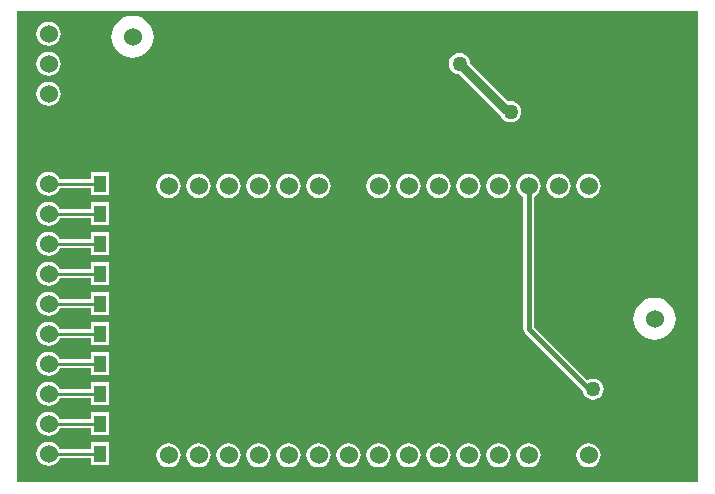
<source format=gbl>
G04*
G04 #@! TF.GenerationSoftware,Altium Limited,Altium Designer,20.0.14 (345)*
G04*
G04 Layer_Physical_Order=2*
G04 Layer_Color=16711680*
%FSLAX25Y25*%
%MOIN*%
G70*
G01*
G75*
%ADD10C,0.01000*%
%ADD17C,0.01500*%
%ADD18C,0.03000*%
%ADD20C,0.06000*%
%ADD21C,0.05000*%
%ADD22R,0.03937X0.05709*%
G36*
X228500Y1500D02*
X1500D01*
Y158500D01*
X228500D01*
Y1500D01*
D02*
G37*
%LPC*%
G36*
X12000Y155034D02*
X10956Y154897D01*
X9983Y154494D01*
X9147Y153853D01*
X8506Y153017D01*
X8103Y152044D01*
X7965Y151000D01*
X8103Y149956D01*
X8506Y148983D01*
X9147Y148147D01*
X9983Y147506D01*
X10956Y147103D01*
X12000Y146966D01*
X13044Y147103D01*
X14017Y147506D01*
X14853Y148147D01*
X15494Y148983D01*
X15897Y149956D01*
X16035Y151000D01*
X15897Y152044D01*
X15494Y153017D01*
X14853Y153853D01*
X14017Y154494D01*
X13044Y154897D01*
X12000Y155034D01*
D02*
G37*
G36*
X40000Y157034D02*
X38628Y156899D01*
X37308Y156499D01*
X36092Y155849D01*
X35026Y154974D01*
X34152Y153908D01*
X33501Y152692D01*
X33101Y151372D01*
X32966Y150000D01*
X33101Y148628D01*
X33501Y147308D01*
X34152Y146092D01*
X35026Y145026D01*
X36092Y144151D01*
X37308Y143501D01*
X38628Y143101D01*
X40000Y142966D01*
X41372Y143101D01*
X42692Y143501D01*
X43908Y144151D01*
X44974Y145026D01*
X45849Y146092D01*
X46499Y147308D01*
X46899Y148628D01*
X47034Y150000D01*
X46899Y151372D01*
X46499Y152692D01*
X45849Y153908D01*
X44974Y154974D01*
X43908Y155849D01*
X42692Y156499D01*
X41372Y156899D01*
X40000Y157034D01*
D02*
G37*
G36*
X12000Y145035D02*
X10956Y144897D01*
X9983Y144494D01*
X9147Y143853D01*
X8506Y143017D01*
X8103Y142044D01*
X7965Y141000D01*
X8103Y139956D01*
X8506Y138983D01*
X9147Y138147D01*
X9983Y137506D01*
X10956Y137103D01*
X12000Y136966D01*
X13044Y137103D01*
X14017Y137506D01*
X14853Y138147D01*
X15494Y138983D01*
X15897Y139956D01*
X16035Y141000D01*
X15897Y142044D01*
X15494Y143017D01*
X14853Y143853D01*
X14017Y144494D01*
X13044Y144897D01*
X12000Y145035D01*
D02*
G37*
G36*
Y135035D02*
X10956Y134897D01*
X9983Y134494D01*
X9147Y133853D01*
X8506Y133017D01*
X8103Y132044D01*
X7965Y131000D01*
X8103Y129956D01*
X8506Y128983D01*
X9147Y128147D01*
X9983Y127506D01*
X10956Y127103D01*
X12000Y126965D01*
X13044Y127103D01*
X14017Y127506D01*
X14853Y128147D01*
X15494Y128983D01*
X15897Y129956D01*
X16035Y131000D01*
X15897Y132044D01*
X15494Y133017D01*
X14853Y133853D01*
X14017Y134494D01*
X13044Y134897D01*
X12000Y135035D01*
D02*
G37*
G36*
X149000Y144530D02*
X148086Y144410D01*
X147235Y144057D01*
X146504Y143496D01*
X145943Y142765D01*
X145590Y141914D01*
X145470Y141000D01*
X145590Y140086D01*
X145943Y139235D01*
X146504Y138504D01*
X147235Y137943D01*
X148086Y137590D01*
X148914Y137481D01*
X162528Y123867D01*
X162739Y123726D01*
X162943Y123235D01*
X163504Y122504D01*
X164235Y121943D01*
X165086Y121590D01*
X166000Y121470D01*
X166914Y121590D01*
X167765Y121943D01*
X168496Y122504D01*
X169057Y123235D01*
X169410Y124086D01*
X169530Y125000D01*
X169410Y125914D01*
X169057Y126765D01*
X168496Y127496D01*
X167765Y128057D01*
X166914Y128410D01*
X166000Y128530D01*
X165182Y128422D01*
X152519Y141086D01*
X152410Y141914D01*
X152057Y142765D01*
X151496Y143496D01*
X150765Y144057D01*
X149914Y144410D01*
X149000Y144530D01*
D02*
G37*
G36*
X12000Y105034D02*
X10956Y104897D01*
X9983Y104494D01*
X9147Y103853D01*
X8506Y103017D01*
X8103Y102044D01*
X7965Y101000D01*
X8103Y99956D01*
X8506Y98983D01*
X9147Y98147D01*
X9983Y97506D01*
X10956Y97103D01*
X12000Y96965D01*
X13044Y97103D01*
X14017Y97506D01*
X14853Y98147D01*
X15494Y98983D01*
X15696Y99471D01*
X26291D01*
Y97146D01*
X32228D01*
Y104854D01*
X26291D01*
Y102529D01*
X15696D01*
X15494Y103017D01*
X14853Y103853D01*
X14017Y104494D01*
X13044Y104897D01*
X12000Y105034D01*
D02*
G37*
G36*
X192000Y104298D02*
X190956Y104161D01*
X189983Y103758D01*
X189147Y103117D01*
X188506Y102281D01*
X188103Y101308D01*
X187966Y100264D01*
X188103Y99220D01*
X188506Y98247D01*
X189147Y97411D01*
X189983Y96770D01*
X190956Y96367D01*
X192000Y96229D01*
X193044Y96367D01*
X194017Y96770D01*
X194853Y97411D01*
X195494Y98247D01*
X195897Y99220D01*
X196035Y100264D01*
X195897Y101308D01*
X195494Y102281D01*
X194853Y103117D01*
X194017Y103758D01*
X193044Y104161D01*
X192000Y104298D01*
D02*
G37*
G36*
X182000D02*
X180956Y104161D01*
X179983Y103758D01*
X179147Y103117D01*
X178506Y102281D01*
X178103Y101308D01*
X177965Y100264D01*
X178103Y99220D01*
X178506Y98247D01*
X179147Y97411D01*
X179983Y96770D01*
X180956Y96367D01*
X182000Y96229D01*
X183044Y96367D01*
X184017Y96770D01*
X184853Y97411D01*
X185494Y98247D01*
X185897Y99220D01*
X186035Y100264D01*
X185897Y101308D01*
X185494Y102281D01*
X184853Y103117D01*
X184017Y103758D01*
X183044Y104161D01*
X182000Y104298D01*
D02*
G37*
G36*
X162000D02*
X160956Y104161D01*
X159983Y103758D01*
X159147Y103117D01*
X158506Y102281D01*
X158103Y101308D01*
X157966Y100264D01*
X158103Y99220D01*
X158506Y98247D01*
X159147Y97411D01*
X159983Y96770D01*
X160956Y96367D01*
X162000Y96229D01*
X163044Y96367D01*
X164017Y96770D01*
X164853Y97411D01*
X165494Y98247D01*
X165897Y99220D01*
X166034Y100264D01*
X165897Y101308D01*
X165494Y102281D01*
X164853Y103117D01*
X164017Y103758D01*
X163044Y104161D01*
X162000Y104298D01*
D02*
G37*
G36*
X152000D02*
X150956Y104161D01*
X149983Y103758D01*
X149147Y103117D01*
X148506Y102281D01*
X148103Y101308D01*
X147966Y100264D01*
X148103Y99220D01*
X148506Y98247D01*
X149147Y97411D01*
X149983Y96770D01*
X150956Y96367D01*
X152000Y96229D01*
X153044Y96367D01*
X154017Y96770D01*
X154853Y97411D01*
X155494Y98247D01*
X155897Y99220D01*
X156035Y100264D01*
X155897Y101308D01*
X155494Y102281D01*
X154853Y103117D01*
X154017Y103758D01*
X153044Y104161D01*
X152000Y104298D01*
D02*
G37*
G36*
X142000D02*
X140956Y104161D01*
X139983Y103758D01*
X139147Y103117D01*
X138506Y102281D01*
X138103Y101308D01*
X137966Y100264D01*
X138103Y99220D01*
X138506Y98247D01*
X139147Y97411D01*
X139983Y96770D01*
X140956Y96367D01*
X142000Y96229D01*
X143044Y96367D01*
X144017Y96770D01*
X144853Y97411D01*
X145494Y98247D01*
X145897Y99220D01*
X146035Y100264D01*
X145897Y101308D01*
X145494Y102281D01*
X144853Y103117D01*
X144017Y103758D01*
X143044Y104161D01*
X142000Y104298D01*
D02*
G37*
G36*
X132000D02*
X130956Y104161D01*
X129983Y103758D01*
X129147Y103117D01*
X128506Y102281D01*
X128103Y101308D01*
X127965Y100264D01*
X128103Y99220D01*
X128506Y98247D01*
X129147Y97411D01*
X129983Y96770D01*
X130956Y96367D01*
X132000Y96229D01*
X133044Y96367D01*
X134017Y96770D01*
X134853Y97411D01*
X135494Y98247D01*
X135897Y99220D01*
X136035Y100264D01*
X135897Y101308D01*
X135494Y102281D01*
X134853Y103117D01*
X134017Y103758D01*
X133044Y104161D01*
X132000Y104298D01*
D02*
G37*
G36*
X122000D02*
X120956Y104161D01*
X119983Y103758D01*
X119147Y103117D01*
X118506Y102281D01*
X118103Y101308D01*
X117965Y100264D01*
X118103Y99220D01*
X118506Y98247D01*
X119147Y97411D01*
X119983Y96770D01*
X120956Y96367D01*
X122000Y96229D01*
X123044Y96367D01*
X124017Y96770D01*
X124853Y97411D01*
X125494Y98247D01*
X125897Y99220D01*
X126034Y100264D01*
X125897Y101308D01*
X125494Y102281D01*
X124853Y103117D01*
X124017Y103758D01*
X123044Y104161D01*
X122000Y104298D01*
D02*
G37*
G36*
X102000D02*
X100956Y104161D01*
X99983Y103758D01*
X99147Y103117D01*
X98506Y102281D01*
X98103Y101308D01*
X97966Y100264D01*
X98103Y99220D01*
X98506Y98247D01*
X99147Y97411D01*
X99983Y96770D01*
X100956Y96367D01*
X102000Y96229D01*
X103044Y96367D01*
X104017Y96770D01*
X104853Y97411D01*
X105494Y98247D01*
X105897Y99220D01*
X106035Y100264D01*
X105897Y101308D01*
X105494Y102281D01*
X104853Y103117D01*
X104017Y103758D01*
X103044Y104161D01*
X102000Y104298D01*
D02*
G37*
G36*
X92000D02*
X90956Y104161D01*
X89983Y103758D01*
X89147Y103117D01*
X88506Y102281D01*
X88103Y101308D01*
X87966Y100264D01*
X88103Y99220D01*
X88506Y98247D01*
X89147Y97411D01*
X89983Y96770D01*
X90956Y96367D01*
X92000Y96229D01*
X93044Y96367D01*
X94017Y96770D01*
X94853Y97411D01*
X95494Y98247D01*
X95897Y99220D01*
X96034Y100264D01*
X95897Y101308D01*
X95494Y102281D01*
X94853Y103117D01*
X94017Y103758D01*
X93044Y104161D01*
X92000Y104298D01*
D02*
G37*
G36*
X82000D02*
X80956Y104161D01*
X79983Y103758D01*
X79147Y103117D01*
X78506Y102281D01*
X78103Y101308D01*
X77965Y100264D01*
X78103Y99220D01*
X78506Y98247D01*
X79147Y97411D01*
X79983Y96770D01*
X80956Y96367D01*
X82000Y96229D01*
X83044Y96367D01*
X84017Y96770D01*
X84853Y97411D01*
X85494Y98247D01*
X85897Y99220D01*
X86035Y100264D01*
X85897Y101308D01*
X85494Y102281D01*
X84853Y103117D01*
X84017Y103758D01*
X83044Y104161D01*
X82000Y104298D01*
D02*
G37*
G36*
X72000D02*
X70956Y104161D01*
X69983Y103758D01*
X69147Y103117D01*
X68506Y102281D01*
X68103Y101308D01*
X67966Y100264D01*
X68103Y99220D01*
X68506Y98247D01*
X69147Y97411D01*
X69983Y96770D01*
X70956Y96367D01*
X72000Y96229D01*
X73044Y96367D01*
X74017Y96770D01*
X74853Y97411D01*
X75494Y98247D01*
X75897Y99220D01*
X76034Y100264D01*
X75897Y101308D01*
X75494Y102281D01*
X74853Y103117D01*
X74017Y103758D01*
X73044Y104161D01*
X72000Y104298D01*
D02*
G37*
G36*
X62000D02*
X60956Y104161D01*
X59983Y103758D01*
X59147Y103117D01*
X58506Y102281D01*
X58103Y101308D01*
X57965Y100264D01*
X58103Y99220D01*
X58506Y98247D01*
X59147Y97411D01*
X59983Y96770D01*
X60956Y96367D01*
X62000Y96229D01*
X63044Y96367D01*
X64017Y96770D01*
X64853Y97411D01*
X65494Y98247D01*
X65897Y99220D01*
X66035Y100264D01*
X65897Y101308D01*
X65494Y102281D01*
X64853Y103117D01*
X64017Y103758D01*
X63044Y104161D01*
X62000Y104298D01*
D02*
G37*
G36*
X52000D02*
X50956Y104161D01*
X49983Y103758D01*
X49147Y103117D01*
X48506Y102281D01*
X48103Y101308D01*
X47965Y100264D01*
X48103Y99220D01*
X48506Y98247D01*
X49147Y97411D01*
X49983Y96770D01*
X50956Y96367D01*
X52000Y96229D01*
X53044Y96367D01*
X54017Y96770D01*
X54853Y97411D01*
X55494Y98247D01*
X55897Y99220D01*
X56034Y100264D01*
X55897Y101308D01*
X55494Y102281D01*
X54853Y103117D01*
X54017Y103758D01*
X53044Y104161D01*
X52000Y104298D01*
D02*
G37*
G36*
X12000Y95034D02*
X10956Y94897D01*
X9983Y94494D01*
X9147Y93853D01*
X8506Y93017D01*
X8103Y92044D01*
X7965Y91000D01*
X8103Y89956D01*
X8506Y88983D01*
X9147Y88147D01*
X9983Y87506D01*
X10956Y87103D01*
X12000Y86966D01*
X13044Y87103D01*
X14017Y87506D01*
X14853Y88147D01*
X15494Y88983D01*
X15696Y89471D01*
X26291D01*
Y87146D01*
X32228D01*
Y94854D01*
X26291D01*
Y92529D01*
X15696D01*
X15494Y93017D01*
X14853Y93853D01*
X14017Y94494D01*
X13044Y94897D01*
X12000Y95034D01*
D02*
G37*
G36*
Y85035D02*
X10956Y84897D01*
X9983Y84494D01*
X9147Y83853D01*
X8506Y83017D01*
X8103Y82044D01*
X7965Y81000D01*
X8103Y79956D01*
X8506Y78983D01*
X9147Y78147D01*
X9983Y77506D01*
X10956Y77103D01*
X12000Y76965D01*
X13044Y77103D01*
X14017Y77506D01*
X14853Y78147D01*
X15494Y78983D01*
X15696Y79471D01*
X26291D01*
Y77146D01*
X32228D01*
Y84854D01*
X26291D01*
Y82529D01*
X15696D01*
X15494Y83017D01*
X14853Y83853D01*
X14017Y84494D01*
X13044Y84897D01*
X12000Y85035D01*
D02*
G37*
G36*
Y75034D02*
X10956Y74897D01*
X9983Y74494D01*
X9147Y73853D01*
X8506Y73017D01*
X8103Y72044D01*
X7965Y71000D01*
X8103Y69956D01*
X8506Y68983D01*
X9147Y68147D01*
X9983Y67506D01*
X10956Y67103D01*
X12000Y66966D01*
X13044Y67103D01*
X14017Y67506D01*
X14853Y68147D01*
X15494Y68983D01*
X15696Y69471D01*
X26291D01*
Y67146D01*
X32228D01*
Y74854D01*
X26291D01*
Y72529D01*
X15696D01*
X15494Y73017D01*
X14853Y73853D01*
X14017Y74494D01*
X13044Y74897D01*
X12000Y75034D01*
D02*
G37*
G36*
Y65035D02*
X10956Y64897D01*
X9983Y64494D01*
X9147Y63853D01*
X8506Y63017D01*
X8103Y62044D01*
X7965Y61000D01*
X8103Y59956D01*
X8506Y58983D01*
X9147Y58147D01*
X9983Y57506D01*
X10956Y57103D01*
X12000Y56966D01*
X13044Y57103D01*
X14017Y57506D01*
X14853Y58147D01*
X15494Y58983D01*
X15696Y59471D01*
X26291D01*
Y57146D01*
X32228D01*
Y64854D01*
X26291D01*
Y62529D01*
X15696D01*
X15494Y63017D01*
X14853Y63853D01*
X14017Y64494D01*
X13044Y64897D01*
X12000Y65035D01*
D02*
G37*
G36*
X214000Y63034D02*
X212628Y62899D01*
X211308Y62498D01*
X210092Y61848D01*
X209026Y60974D01*
X208152Y59908D01*
X207502Y58692D01*
X207101Y57372D01*
X206966Y56000D01*
X207101Y54628D01*
X207502Y53308D01*
X208152Y52092D01*
X209026Y51026D01*
X210092Y50151D01*
X211308Y49501D01*
X212628Y49101D01*
X214000Y48966D01*
X215372Y49101D01*
X216692Y49501D01*
X217908Y50151D01*
X218974Y51026D01*
X219848Y52092D01*
X220498Y53308D01*
X220899Y54628D01*
X221034Y56000D01*
X220899Y57372D01*
X220498Y58692D01*
X219848Y59908D01*
X218974Y60974D01*
X217908Y61848D01*
X216692Y62498D01*
X215372Y62899D01*
X214000Y63034D01*
D02*
G37*
G36*
X12000Y55035D02*
X10956Y54897D01*
X9983Y54494D01*
X9147Y53853D01*
X8506Y53017D01*
X8103Y52044D01*
X7965Y51000D01*
X8103Y49956D01*
X8506Y48983D01*
X9147Y48147D01*
X9983Y47506D01*
X10956Y47103D01*
X12000Y46966D01*
X13044Y47103D01*
X14017Y47506D01*
X14853Y48147D01*
X15494Y48983D01*
X15696Y49471D01*
X26291D01*
Y47146D01*
X32228D01*
Y54854D01*
X26291D01*
Y52529D01*
X15696D01*
X15494Y53017D01*
X14853Y53853D01*
X14017Y54494D01*
X13044Y54897D01*
X12000Y55035D01*
D02*
G37*
G36*
Y45035D02*
X10956Y44897D01*
X9983Y44494D01*
X9147Y43853D01*
X8506Y43017D01*
X8103Y42044D01*
X7965Y41000D01*
X8103Y39956D01*
X8506Y38983D01*
X9147Y38147D01*
X9983Y37506D01*
X10956Y37103D01*
X12000Y36966D01*
X13044Y37103D01*
X14017Y37506D01*
X14853Y38147D01*
X15494Y38983D01*
X15696Y39471D01*
X26291D01*
Y37146D01*
X32228D01*
Y44854D01*
X26291D01*
Y42529D01*
X15696D01*
X15494Y43017D01*
X14853Y43853D01*
X14017Y44494D01*
X13044Y44897D01*
X12000Y45035D01*
D02*
G37*
G36*
X172000Y104298D02*
X170956Y104161D01*
X169983Y103758D01*
X169147Y103117D01*
X168506Y102281D01*
X168103Y101308D01*
X167965Y100264D01*
X168103Y99220D01*
X168506Y98247D01*
X169147Y97411D01*
X169983Y96770D01*
X170216Y96673D01*
Y52500D01*
X170352Y51817D01*
X170738Y51238D01*
X190045Y31932D01*
X190090Y31586D01*
X190443Y30735D01*
X191004Y30004D01*
X191735Y29443D01*
X192586Y29090D01*
X193500Y28970D01*
X194414Y29090D01*
X195265Y29443D01*
X195996Y30004D01*
X196557Y30735D01*
X196910Y31586D01*
X197030Y32500D01*
X196910Y33414D01*
X196557Y34265D01*
X195996Y34996D01*
X195265Y35557D01*
X194414Y35910D01*
X193500Y36030D01*
X192586Y35910D01*
X191735Y35557D01*
X191583Y35440D01*
X173784Y53239D01*
Y96673D01*
X174017Y96770D01*
X174853Y97411D01*
X175494Y98247D01*
X175897Y99220D01*
X176034Y100264D01*
X175897Y101308D01*
X175494Y102281D01*
X174853Y103117D01*
X174017Y103758D01*
X173044Y104161D01*
X172000Y104298D01*
D02*
G37*
G36*
X12000Y35034D02*
X10956Y34897D01*
X9983Y34494D01*
X9147Y33853D01*
X8506Y33017D01*
X8103Y32044D01*
X7965Y31000D01*
X8103Y29956D01*
X8506Y28983D01*
X9147Y28147D01*
X9983Y27506D01*
X10956Y27103D01*
X12000Y26965D01*
X13044Y27103D01*
X14017Y27506D01*
X14853Y28147D01*
X15494Y28983D01*
X15696Y29471D01*
X26291D01*
Y27146D01*
X32228D01*
Y34854D01*
X26291D01*
Y32529D01*
X15696D01*
X15494Y33017D01*
X14853Y33853D01*
X14017Y34494D01*
X13044Y34897D01*
X12000Y35034D01*
D02*
G37*
G36*
Y25034D02*
X10956Y24897D01*
X9983Y24494D01*
X9147Y23853D01*
X8506Y23017D01*
X8103Y22044D01*
X7965Y21000D01*
X8103Y19956D01*
X8506Y18983D01*
X9147Y18147D01*
X9983Y17506D01*
X10956Y17103D01*
X12000Y16965D01*
X13044Y17103D01*
X14017Y17506D01*
X14853Y18147D01*
X15494Y18983D01*
X15696Y19471D01*
X26291D01*
Y17146D01*
X32228D01*
Y24854D01*
X26291D01*
Y22529D01*
X15696D01*
X15494Y23017D01*
X14853Y23853D01*
X14017Y24494D01*
X13044Y24897D01*
X12000Y25034D01*
D02*
G37*
G36*
Y15034D02*
X10956Y14897D01*
X9983Y14494D01*
X9147Y13853D01*
X8506Y13017D01*
X8103Y12044D01*
X7965Y11000D01*
X8103Y9956D01*
X8506Y8983D01*
X9147Y8147D01*
X9983Y7506D01*
X10956Y7103D01*
X12000Y6966D01*
X13044Y7103D01*
X14017Y7506D01*
X14853Y8147D01*
X15494Y8983D01*
X15696Y9471D01*
X26291D01*
Y7146D01*
X32228D01*
Y14854D01*
X26291D01*
Y12529D01*
X15696D01*
X15494Y13017D01*
X14853Y13853D01*
X14017Y14494D01*
X13044Y14897D01*
X12000Y15034D01*
D02*
G37*
G36*
X192000Y14535D02*
X190956Y14397D01*
X189983Y13994D01*
X189147Y13353D01*
X188506Y12517D01*
X188103Y11544D01*
X187966Y10500D01*
X188103Y9456D01*
X188506Y8483D01*
X189147Y7647D01*
X189983Y7006D01*
X190956Y6603D01*
X192000Y6465D01*
X193044Y6603D01*
X194017Y7006D01*
X194853Y7647D01*
X195494Y8483D01*
X195897Y9456D01*
X196035Y10500D01*
X195897Y11544D01*
X195494Y12517D01*
X194853Y13353D01*
X194017Y13994D01*
X193044Y14397D01*
X192000Y14535D01*
D02*
G37*
G36*
X172000D02*
X170956Y14397D01*
X169983Y13994D01*
X169147Y13353D01*
X168506Y12517D01*
X168103Y11544D01*
X167965Y10500D01*
X168103Y9456D01*
X168506Y8483D01*
X169147Y7647D01*
X169983Y7006D01*
X170956Y6603D01*
X172000Y6465D01*
X173044Y6603D01*
X174017Y7006D01*
X174853Y7647D01*
X175494Y8483D01*
X175897Y9456D01*
X176034Y10500D01*
X175897Y11544D01*
X175494Y12517D01*
X174853Y13353D01*
X174017Y13994D01*
X173044Y14397D01*
X172000Y14535D01*
D02*
G37*
G36*
X162000D02*
X160956Y14397D01*
X159983Y13994D01*
X159147Y13353D01*
X158506Y12517D01*
X158103Y11544D01*
X157966Y10500D01*
X158103Y9456D01*
X158506Y8483D01*
X159147Y7647D01*
X159983Y7006D01*
X160956Y6603D01*
X162000Y6465D01*
X163044Y6603D01*
X164017Y7006D01*
X164853Y7647D01*
X165494Y8483D01*
X165897Y9456D01*
X166034Y10500D01*
X165897Y11544D01*
X165494Y12517D01*
X164853Y13353D01*
X164017Y13994D01*
X163044Y14397D01*
X162000Y14535D01*
D02*
G37*
G36*
X152000D02*
X150956Y14397D01*
X149983Y13994D01*
X149147Y13353D01*
X148506Y12517D01*
X148103Y11544D01*
X147966Y10500D01*
X148103Y9456D01*
X148506Y8483D01*
X149147Y7647D01*
X149983Y7006D01*
X150956Y6603D01*
X152000Y6465D01*
X153044Y6603D01*
X154017Y7006D01*
X154853Y7647D01*
X155494Y8483D01*
X155897Y9456D01*
X156035Y10500D01*
X155897Y11544D01*
X155494Y12517D01*
X154853Y13353D01*
X154017Y13994D01*
X153044Y14397D01*
X152000Y14535D01*
D02*
G37*
G36*
X142000D02*
X140956Y14397D01*
X139983Y13994D01*
X139147Y13353D01*
X138506Y12517D01*
X138103Y11544D01*
X137966Y10500D01*
X138103Y9456D01*
X138506Y8483D01*
X139147Y7647D01*
X139983Y7006D01*
X140956Y6603D01*
X142000Y6465D01*
X143044Y6603D01*
X144017Y7006D01*
X144853Y7647D01*
X145494Y8483D01*
X145897Y9456D01*
X146035Y10500D01*
X145897Y11544D01*
X145494Y12517D01*
X144853Y13353D01*
X144017Y13994D01*
X143044Y14397D01*
X142000Y14535D01*
D02*
G37*
G36*
X132000D02*
X130956Y14397D01*
X129983Y13994D01*
X129147Y13353D01*
X128506Y12517D01*
X128103Y11544D01*
X127965Y10500D01*
X128103Y9456D01*
X128506Y8483D01*
X129147Y7647D01*
X129983Y7006D01*
X130956Y6603D01*
X132000Y6465D01*
X133044Y6603D01*
X134017Y7006D01*
X134853Y7647D01*
X135494Y8483D01*
X135897Y9456D01*
X136035Y10500D01*
X135897Y11544D01*
X135494Y12517D01*
X134853Y13353D01*
X134017Y13994D01*
X133044Y14397D01*
X132000Y14535D01*
D02*
G37*
G36*
X122000D02*
X120956Y14397D01*
X119983Y13994D01*
X119147Y13353D01*
X118506Y12517D01*
X118103Y11544D01*
X117965Y10500D01*
X118103Y9456D01*
X118506Y8483D01*
X119147Y7647D01*
X119983Y7006D01*
X120956Y6603D01*
X122000Y6465D01*
X123044Y6603D01*
X124017Y7006D01*
X124853Y7647D01*
X125494Y8483D01*
X125897Y9456D01*
X126034Y10500D01*
X125897Y11544D01*
X125494Y12517D01*
X124853Y13353D01*
X124017Y13994D01*
X123044Y14397D01*
X122000Y14535D01*
D02*
G37*
G36*
X112000D02*
X110956Y14397D01*
X109983Y13994D01*
X109147Y13353D01*
X108506Y12517D01*
X108103Y11544D01*
X107966Y10500D01*
X108103Y9456D01*
X108506Y8483D01*
X109147Y7647D01*
X109983Y7006D01*
X110956Y6603D01*
X112000Y6465D01*
X113044Y6603D01*
X114017Y7006D01*
X114853Y7647D01*
X115494Y8483D01*
X115897Y9456D01*
X116034Y10500D01*
X115897Y11544D01*
X115494Y12517D01*
X114853Y13353D01*
X114017Y13994D01*
X113044Y14397D01*
X112000Y14535D01*
D02*
G37*
G36*
X102000D02*
X100956Y14397D01*
X99983Y13994D01*
X99147Y13353D01*
X98506Y12517D01*
X98103Y11544D01*
X97966Y10500D01*
X98103Y9456D01*
X98506Y8483D01*
X99147Y7647D01*
X99983Y7006D01*
X100956Y6603D01*
X102000Y6465D01*
X103044Y6603D01*
X104017Y7006D01*
X104853Y7647D01*
X105494Y8483D01*
X105897Y9456D01*
X106035Y10500D01*
X105897Y11544D01*
X105494Y12517D01*
X104853Y13353D01*
X104017Y13994D01*
X103044Y14397D01*
X102000Y14535D01*
D02*
G37*
G36*
X92000D02*
X90956Y14397D01*
X89983Y13994D01*
X89147Y13353D01*
X88506Y12517D01*
X88103Y11544D01*
X87966Y10500D01*
X88103Y9456D01*
X88506Y8483D01*
X89147Y7647D01*
X89983Y7006D01*
X90956Y6603D01*
X92000Y6465D01*
X93044Y6603D01*
X94017Y7006D01*
X94853Y7647D01*
X95494Y8483D01*
X95897Y9456D01*
X96034Y10500D01*
X95897Y11544D01*
X95494Y12517D01*
X94853Y13353D01*
X94017Y13994D01*
X93044Y14397D01*
X92000Y14535D01*
D02*
G37*
G36*
X82000D02*
X80956Y14397D01*
X79983Y13994D01*
X79147Y13353D01*
X78506Y12517D01*
X78103Y11544D01*
X77965Y10500D01*
X78103Y9456D01*
X78506Y8483D01*
X79147Y7647D01*
X79983Y7006D01*
X80956Y6603D01*
X82000Y6465D01*
X83044Y6603D01*
X84017Y7006D01*
X84853Y7647D01*
X85494Y8483D01*
X85897Y9456D01*
X86035Y10500D01*
X85897Y11544D01*
X85494Y12517D01*
X84853Y13353D01*
X84017Y13994D01*
X83044Y14397D01*
X82000Y14535D01*
D02*
G37*
G36*
X72000D02*
X70956Y14397D01*
X69983Y13994D01*
X69147Y13353D01*
X68506Y12517D01*
X68103Y11544D01*
X67966Y10500D01*
X68103Y9456D01*
X68506Y8483D01*
X69147Y7647D01*
X69983Y7006D01*
X70956Y6603D01*
X72000Y6465D01*
X73044Y6603D01*
X74017Y7006D01*
X74853Y7647D01*
X75494Y8483D01*
X75897Y9456D01*
X76034Y10500D01*
X75897Y11544D01*
X75494Y12517D01*
X74853Y13353D01*
X74017Y13994D01*
X73044Y14397D01*
X72000Y14535D01*
D02*
G37*
G36*
X62000D02*
X60956Y14397D01*
X59983Y13994D01*
X59147Y13353D01*
X58506Y12517D01*
X58103Y11544D01*
X57965Y10500D01*
X58103Y9456D01*
X58506Y8483D01*
X59147Y7647D01*
X59983Y7006D01*
X60956Y6603D01*
X62000Y6465D01*
X63044Y6603D01*
X64017Y7006D01*
X64853Y7647D01*
X65494Y8483D01*
X65897Y9456D01*
X66035Y10500D01*
X65897Y11544D01*
X65494Y12517D01*
X64853Y13353D01*
X64017Y13994D01*
X63044Y14397D01*
X62000Y14535D01*
D02*
G37*
G36*
X52000D02*
X50956Y14397D01*
X49983Y13994D01*
X49147Y13353D01*
X48506Y12517D01*
X48103Y11544D01*
X47965Y10500D01*
X48103Y9456D01*
X48506Y8483D01*
X49147Y7647D01*
X49983Y7006D01*
X50956Y6603D01*
X52000Y6465D01*
X53044Y6603D01*
X54017Y7006D01*
X54853Y7647D01*
X55494Y8483D01*
X55897Y9456D01*
X56034Y10500D01*
X55897Y11544D01*
X55494Y12517D01*
X54853Y13353D01*
X54017Y13994D01*
X53044Y14397D01*
X52000Y14535D01*
D02*
G37*
%LPD*%
D10*
X12000Y11000D02*
X29260D01*
X12000Y21000D02*
X29260D01*
X12000Y31000D02*
X29260D01*
X12000Y41000D02*
X29260D01*
X12000Y51000D02*
X29260D01*
X12000Y61000D02*
X29260D01*
X12000Y71000D02*
X29260D01*
X12000Y81000D02*
X29260D01*
X12000Y91000D02*
X29260D01*
X12000Y101000D02*
X29260D01*
D17*
X172000Y52500D02*
Y100264D01*
Y52500D02*
X192000Y32500D01*
X149000Y141000D02*
X149000D01*
X164330Y125670D02*
X165330D01*
X166000Y125000D01*
D18*
X149000Y141000D02*
X164330Y125670D01*
D20*
X214000Y56000D02*
D03*
X40000Y150000D02*
D03*
X12000Y151000D02*
D03*
Y141000D02*
D03*
Y131000D02*
D03*
Y11000D02*
D03*
Y21000D02*
D03*
Y31000D02*
D03*
Y41000D02*
D03*
Y51000D02*
D03*
Y61000D02*
D03*
Y71000D02*
D03*
Y81000D02*
D03*
Y91000D02*
D03*
Y101000D02*
D03*
Y111000D02*
D03*
Y121000D02*
D03*
X52000Y10500D02*
D03*
X62000D02*
D03*
X72000D02*
D03*
X82000D02*
D03*
X92000D02*
D03*
X102000D02*
D03*
X112000D02*
D03*
X122000D02*
D03*
X132000D02*
D03*
X142000D02*
D03*
X152000D02*
D03*
X162000D02*
D03*
X172000D02*
D03*
X182000D02*
D03*
X192000D02*
D03*
Y100264D02*
D03*
X182000D02*
D03*
X172000D02*
D03*
X162000D02*
D03*
X152000D02*
D03*
X142000D02*
D03*
X132000D02*
D03*
X122000D02*
D03*
X111500D02*
D03*
X102000D02*
D03*
X92000D02*
D03*
X82000D02*
D03*
X72000D02*
D03*
X62000D02*
D03*
X52000D02*
D03*
D21*
X193500Y32500D02*
D03*
X166000Y125000D02*
D03*
X149000Y141000D02*
D03*
D22*
X29260Y31000D02*
D03*
X36740D02*
D03*
X29260Y101000D02*
D03*
X36740D02*
D03*
X29260Y91000D02*
D03*
X36740D02*
D03*
X29260Y81000D02*
D03*
X36740D02*
D03*
X29260Y71000D02*
D03*
X36740D02*
D03*
X29260Y61000D02*
D03*
X36740D02*
D03*
X29260Y51000D02*
D03*
X36740D02*
D03*
X29260Y21000D02*
D03*
X36740D02*
D03*
X29260Y41000D02*
D03*
X36740D02*
D03*
X29260Y11000D02*
D03*
X36740D02*
D03*
M02*

</source>
